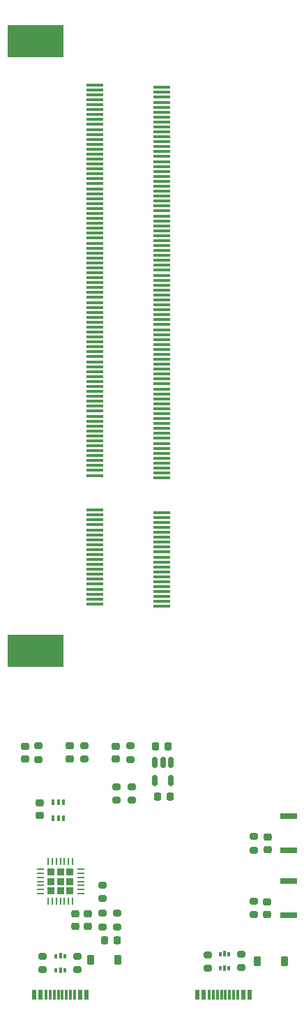
<source format=gbr>
%TF.GenerationSoftware,KiCad,Pcbnew,7.0.8*%
%TF.CreationDate,2024-03-21T14:49:46+01:00*%
%TF.ProjectId,so-dimm-debugger-programmer,736f2d64-696d-46d2-9d64-656275676765,REV.02*%
%TF.SameCoordinates,Original*%
%TF.FileFunction,Paste,Top*%
%TF.FilePolarity,Positive*%
%FSLAX46Y46*%
G04 Gerber Fmt 4.6, Leading zero omitted, Abs format (unit mm)*
G04 Created by KiCad (PCBNEW 7.0.8) date 2024-03-21 14:49:46*
%MOMM*%
%LPD*%
G01*
G04 APERTURE LIST*
G04 Aperture macros list*
%AMRoundRect*
0 Rectangle with rounded corners*
0 $1 Rounding radius*
0 $2 $3 $4 $5 $6 $7 $8 $9 X,Y pos of 4 corners*
0 Add a 4 corners polygon primitive as box body*
4,1,4,$2,$3,$4,$5,$6,$7,$8,$9,$2,$3,0*
0 Add four circle primitives for the rounded corners*
1,1,$1+$1,$2,$3*
1,1,$1+$1,$4,$5*
1,1,$1+$1,$6,$7*
1,1,$1+$1,$8,$9*
0 Add four rect primitives between the rounded corners*
20,1,$1+$1,$2,$3,$4,$5,0*
20,1,$1+$1,$4,$5,$6,$7,0*
20,1,$1+$1,$6,$7,$8,$9,0*
20,1,$1+$1,$8,$9,$2,$3,0*%
G04 Aperture macros list end*
%ADD10RoundRect,0.200000X0.275000X-0.200000X0.275000X0.200000X-0.275000X0.200000X-0.275000X-0.200000X0*%
%ADD11R,0.375000X0.500000*%
%ADD12R,0.300000X0.650000*%
%ADD13RoundRect,0.225000X0.225000X0.375000X-0.225000X0.375000X-0.225000X-0.375000X0.225000X-0.375000X0*%
%ADD14RoundRect,0.225000X-0.250000X0.225000X-0.250000X-0.225000X0.250000X-0.225000X0.250000X0.225000X0*%
%ADD15RoundRect,0.218750X-0.256250X0.218750X-0.256250X-0.218750X0.256250X-0.218750X0.256250X0.218750X0*%
%ADD16RoundRect,0.200000X-0.275000X0.200000X-0.275000X-0.200000X0.275000X-0.200000X0.275000X0.200000X0*%
%ADD17R,2.000000X0.800000*%
%ADD18RoundRect,0.225000X-0.225000X-0.250000X0.225000X-0.250000X0.225000X0.250000X-0.225000X0.250000X0*%
%ADD19RoundRect,0.225000X0.225000X-0.225000X0.225000X0.225000X-0.225000X0.225000X-0.225000X-0.225000X0*%
%ADD20RoundRect,0.062500X0.062500X-0.337500X0.062500X0.337500X-0.062500X0.337500X-0.062500X-0.337500X0*%
%ADD21RoundRect,0.062500X0.337500X-0.062500X0.337500X0.062500X-0.337500X0.062500X-0.337500X-0.062500X0*%
%ADD22RoundRect,0.225000X0.250000X-0.225000X0.250000X0.225000X-0.250000X0.225000X-0.250000X-0.225000X0*%
%ADD23RoundRect,0.225000X0.225000X0.250000X-0.225000X0.250000X-0.225000X-0.250000X0.225000X-0.250000X0*%
%ADD24R,2.000000X0.350000*%
%ADD25R,6.800000X4.000000*%
%ADD26R,0.600000X1.150000*%
%ADD27R,0.300000X1.150000*%
%ADD28RoundRect,0.150000X-0.150000X0.512500X-0.150000X-0.512500X0.150000X-0.512500X0.150000X0.512500X0*%
%ADD29R,0.400000X0.650000*%
G04 APERTURE END LIST*
D10*
%TO.C,R9*%
X112830205Y-153973547D03*
X112830205Y-152323547D03*
%TD*%
D11*
%TO.C,U3*%
X107212705Y-159205547D03*
D12*
X107750205Y-159280547D03*
D11*
X108287705Y-159205547D03*
X108287705Y-157505547D03*
D12*
X107750205Y-157430547D03*
D11*
X107212705Y-157505547D03*
%TD*%
D13*
%TO.C,D4*%
X134926205Y-158101547D03*
X131626205Y-158101547D03*
%TD*%
D14*
%TO.C,C7*%
X105210205Y-138911547D03*
X105210205Y-140461547D03*
%TD*%
D15*
%TO.C,D3*%
X108893205Y-131978047D03*
X108893205Y-133553047D03*
%TD*%
%TO.C,D1*%
X114481205Y-132041047D03*
X114481205Y-133616047D03*
%TD*%
D16*
%TO.C,R12*%
X112830205Y-148894547D03*
X112830205Y-150544547D03*
%TD*%
D17*
%TO.C,SW2*%
X135436205Y-140512047D03*
X135436205Y-144703047D03*
%TD*%
D18*
%TO.C,C1*%
X119294205Y-132066547D03*
X120844205Y-132066547D03*
%TD*%
D16*
%TO.C,R2*%
X125656205Y-157340547D03*
X125656205Y-158990547D03*
%TD*%
D19*
%TO.C,U4*%
X106630205Y-149569547D03*
X107750205Y-149569547D03*
X108870205Y-149569547D03*
X106630205Y-148449547D03*
X107750205Y-148449547D03*
X108870205Y-148449547D03*
X106630205Y-147329547D03*
X107750205Y-147329547D03*
X108870205Y-147329547D03*
D20*
X106250205Y-150899547D03*
X106750205Y-150899547D03*
X107250205Y-150899547D03*
X107750205Y-150899547D03*
X108250205Y-150899547D03*
X108750205Y-150899547D03*
X109250205Y-150899547D03*
D21*
X110200205Y-149949547D03*
X110200205Y-149449547D03*
X110200205Y-148949547D03*
X110200205Y-148449547D03*
X110200205Y-147949547D03*
X110200205Y-147449547D03*
X110200205Y-146949547D03*
D20*
X109250205Y-145999547D03*
X108750205Y-145999547D03*
X108250205Y-145999547D03*
X107750205Y-145999547D03*
X107250205Y-145999547D03*
X106750205Y-145999547D03*
X106250205Y-145999547D03*
D21*
X105300205Y-146949547D03*
X105300205Y-147449547D03*
X105300205Y-147949547D03*
X105300205Y-148449547D03*
X105300205Y-148949547D03*
X105300205Y-149449547D03*
X105300205Y-149949547D03*
%TD*%
D22*
%TO.C,C3*%
X132870205Y-152453547D03*
X132870205Y-150903547D03*
%TD*%
D14*
%TO.C,C5*%
X111052205Y-152373547D03*
X111052205Y-153923547D03*
%TD*%
D10*
%TO.C,R10*%
X105083205Y-133653547D03*
X105083205Y-132003547D03*
%TD*%
%TO.C,R6*%
X131245205Y-144639047D03*
X131245205Y-142989047D03*
%TD*%
D16*
%TO.C,R5*%
X105591205Y-157530547D03*
X105591205Y-159180547D03*
%TD*%
D23*
%TO.C,C2*%
X121098205Y-138162547D03*
X119548205Y-138162547D03*
%TD*%
D24*
%TO.C,J1*%
X120100205Y-115075547D03*
X111900205Y-114775547D03*
X120100205Y-114475547D03*
X111900205Y-114175547D03*
X120100205Y-113875547D03*
X111900205Y-113575547D03*
X120100205Y-113275547D03*
X111900205Y-112975547D03*
X120100205Y-112675547D03*
X111900205Y-112375547D03*
X120100205Y-112075547D03*
X111900205Y-111775547D03*
X120100205Y-111475547D03*
X111900205Y-111175547D03*
X120100205Y-110875547D03*
X111900205Y-110575547D03*
X120100205Y-110275547D03*
X111900205Y-109975547D03*
X120100205Y-109675547D03*
X111900205Y-109375547D03*
X120100205Y-109075547D03*
X111900205Y-108775547D03*
X120100205Y-108475547D03*
X111900205Y-108175547D03*
X120100205Y-107875547D03*
X111900205Y-107575547D03*
X120100205Y-107275547D03*
X111900205Y-106975547D03*
X120100205Y-106675547D03*
X111900205Y-106375547D03*
X120100205Y-106075547D03*
X111900205Y-105775547D03*
X120100205Y-105475547D03*
X111900205Y-105175547D03*
X120100205Y-104875547D03*
X111900205Y-104575547D03*
X120100205Y-104275547D03*
X111900205Y-103975547D03*
X120100205Y-103675547D03*
X111900205Y-103375547D03*
X120100205Y-99475547D03*
X111900205Y-99175547D03*
X120100205Y-98875547D03*
X111900205Y-98575547D03*
X120100205Y-98275547D03*
X111900205Y-97975547D03*
X120100205Y-97675547D03*
X111900205Y-97375547D03*
X120100205Y-97075547D03*
X111900205Y-96775547D03*
X120100205Y-96475547D03*
X111900205Y-96175547D03*
X120100205Y-95875547D03*
X111900205Y-95575547D03*
X120100205Y-95275547D03*
X111900205Y-94975547D03*
X120100205Y-94675547D03*
X111900205Y-94375547D03*
X120100205Y-94075547D03*
X111900205Y-93775547D03*
X120100205Y-93475547D03*
X111900205Y-93175547D03*
X120100205Y-92875547D03*
X111900205Y-92575547D03*
X120100205Y-92275547D03*
X111900205Y-91975547D03*
X120100205Y-91675547D03*
X111900205Y-91375547D03*
X120100205Y-91075547D03*
X111900205Y-90775547D03*
X120100205Y-90475547D03*
X111900205Y-90175547D03*
X120100205Y-89875547D03*
X111900205Y-89575547D03*
X120100205Y-89275547D03*
X111900205Y-88975547D03*
X120100205Y-88675547D03*
X111900205Y-88375547D03*
X120100205Y-88075547D03*
X111900205Y-87775547D03*
X120100205Y-87475547D03*
X111900205Y-87175547D03*
X120100205Y-86875547D03*
X111900205Y-86575547D03*
X120100205Y-86275547D03*
X111900205Y-85975547D03*
X120100205Y-85675547D03*
X111900205Y-85375547D03*
X120100205Y-85075547D03*
X111900205Y-84775547D03*
X120100205Y-84475547D03*
X111900205Y-84175547D03*
X120100205Y-83875547D03*
X111900205Y-83575547D03*
X120100205Y-83275547D03*
X111900205Y-82975547D03*
X120100205Y-82675547D03*
X111900205Y-82375547D03*
X120100205Y-82075547D03*
X111900205Y-81775547D03*
X120100205Y-81475547D03*
X111900205Y-81175547D03*
X120100205Y-80875547D03*
X111900205Y-80575547D03*
X120100205Y-80275547D03*
X111900205Y-79975547D03*
X120100205Y-79675547D03*
X111900205Y-79375547D03*
X120100205Y-79075547D03*
X111900205Y-78775547D03*
X120100205Y-78475547D03*
X111900205Y-78175547D03*
X120100205Y-77875547D03*
X111900205Y-77575547D03*
X120100205Y-77275547D03*
X111900205Y-76975547D03*
X120100205Y-76675547D03*
X111900205Y-76375547D03*
X120100205Y-76075547D03*
X111900205Y-75775547D03*
X120100205Y-75475547D03*
X111900205Y-75175547D03*
X120100205Y-74875547D03*
X111900205Y-74575547D03*
X120100205Y-74275547D03*
X111900205Y-73975547D03*
X120100205Y-73675547D03*
X111900205Y-73375547D03*
X120100205Y-73075547D03*
X111900205Y-72775547D03*
X120100205Y-72475547D03*
X111900205Y-72175547D03*
X120100205Y-71875547D03*
X111900205Y-71575547D03*
X120100205Y-71275547D03*
X111900205Y-70975547D03*
X120100205Y-70675547D03*
X111900205Y-70375547D03*
X120100205Y-70075547D03*
X111900205Y-69775547D03*
X120100205Y-69475547D03*
X111900205Y-69175547D03*
X120100205Y-68875547D03*
X111900205Y-68575547D03*
X120100205Y-68275547D03*
X111900205Y-67975547D03*
X120100205Y-67675547D03*
X111900205Y-67375547D03*
X120100205Y-67075547D03*
X111900205Y-66775547D03*
X120100205Y-66475547D03*
X111900205Y-66175547D03*
X120100205Y-65875547D03*
X111900205Y-65575547D03*
X120100205Y-65275547D03*
X111900205Y-64975547D03*
X120100205Y-64675547D03*
X111900205Y-64375547D03*
X120100205Y-64075547D03*
X111900205Y-63775547D03*
X120100205Y-63475547D03*
X111900205Y-63175547D03*
X120100205Y-62875547D03*
X111900205Y-62575547D03*
X120100205Y-62275547D03*
X111900205Y-61975547D03*
X120100205Y-61675547D03*
X111900205Y-61375547D03*
X120100205Y-61075547D03*
X111900205Y-60775547D03*
X120100205Y-60475547D03*
X111900205Y-60175547D03*
X120100205Y-59875547D03*
X111900205Y-59575547D03*
X120100205Y-59275547D03*
X111900205Y-58975547D03*
X120100205Y-58675547D03*
X111900205Y-58375547D03*
X120100205Y-58075547D03*
X111900205Y-57775547D03*
X120100205Y-57475547D03*
X111900205Y-57175547D03*
X120100205Y-56875547D03*
X111900205Y-56575547D03*
X120100205Y-56275547D03*
X111900205Y-55975547D03*
X120100205Y-55675547D03*
X111900205Y-55375547D03*
X120100205Y-55075547D03*
X111900205Y-54775547D03*
X120100205Y-54475547D03*
X111900205Y-54175547D03*
X120100205Y-53875547D03*
X111900205Y-53575547D03*
X120100205Y-53275547D03*
X111900205Y-52975547D03*
X120100205Y-52675547D03*
X111900205Y-52375547D03*
X120100205Y-52075547D03*
X111900205Y-51775547D03*
D25*
X104700205Y-120425547D03*
X104700205Y-46425547D03*
%TD*%
D16*
%TO.C,R8*%
X114608205Y-152323547D03*
X114608205Y-153973547D03*
%TD*%
%TO.C,R7*%
X109782205Y-157530547D03*
X109782205Y-159180547D03*
%TD*%
D22*
%TO.C,C4*%
X132896205Y-144589047D03*
X132896205Y-143039047D03*
%TD*%
D15*
%TO.C,D2*%
X103432205Y-132041047D03*
X103432205Y-133616047D03*
%TD*%
D14*
%TO.C,C6*%
X109528205Y-152373547D03*
X109528205Y-153923547D03*
%TD*%
D10*
%TO.C,R11*%
X110671205Y-133590547D03*
X110671205Y-131940547D03*
%TD*%
D26*
%TO.C,J6*%
X124358800Y-162224600D03*
X125158800Y-162224600D03*
D27*
X126308800Y-162224600D03*
X127308800Y-162224600D03*
X127808800Y-162224600D03*
X128808800Y-162224600D03*
D26*
X130758800Y-162224600D03*
X129958800Y-162224600D03*
D27*
X129308800Y-162224600D03*
X128308800Y-162224600D03*
X126808800Y-162224600D03*
X125808800Y-162224600D03*
%TD*%
D10*
%TO.C,R3*%
X131219205Y-152503547D03*
X131219205Y-150853547D03*
%TD*%
D16*
%TO.C,R14*%
X114554000Y-136970000D03*
X114554000Y-138620000D03*
%TD*%
%TO.C,R13*%
X116459000Y-136970000D03*
X116459000Y-138620000D03*
%TD*%
D13*
%TO.C,D5*%
X114733205Y-157974547D03*
X111433205Y-157974547D03*
%TD*%
D28*
%TO.C,U1*%
X121146205Y-133977047D03*
X120196205Y-133977047D03*
X119246205Y-133977047D03*
X119246205Y-136252047D03*
X121146205Y-136252047D03*
%TD*%
D11*
%TO.C,U2*%
X127150705Y-158951547D03*
D12*
X127688205Y-159026547D03*
D11*
X128225705Y-158951547D03*
X128225705Y-157251547D03*
D12*
X127688205Y-157176547D03*
D11*
X127150705Y-157251547D03*
%TD*%
D18*
%TO.C,C8*%
X113084205Y-155561547D03*
X114634205Y-155561547D03*
%TD*%
D17*
%TO.C,SW1*%
X135436205Y-148386047D03*
X135436205Y-152577047D03*
%TD*%
D29*
%TO.C,Q1*%
X108146205Y-138863547D03*
X107496205Y-138863547D03*
X106846205Y-138863547D03*
X106846205Y-140763547D03*
X107496205Y-140763547D03*
X108146205Y-140763547D03*
%TD*%
D16*
%TO.C,R4*%
X129720205Y-157276547D03*
X129720205Y-158926547D03*
%TD*%
%TO.C,R1*%
X116259205Y-132003547D03*
X116259205Y-133653547D03*
%TD*%
D26*
%TO.C,J7*%
X104544800Y-162224600D03*
X105344800Y-162224600D03*
D27*
X106494800Y-162224600D03*
X107494800Y-162224600D03*
X107994800Y-162224600D03*
X108994800Y-162224600D03*
D26*
X110944800Y-162224600D03*
X110144800Y-162224600D03*
D27*
X109494800Y-162224600D03*
X108494800Y-162224600D03*
X106994800Y-162224600D03*
X105994800Y-162224600D03*
%TD*%
M02*

</source>
